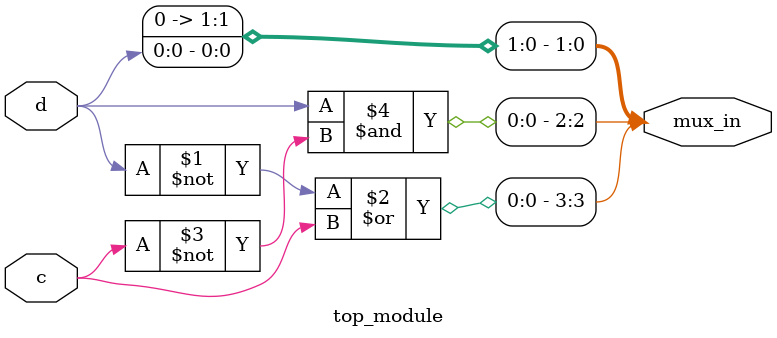
<source format=sv>
module top_module (
    input c,
    input d,
    output [3:0] mux_in
);

    // Assign values based on the provided Karnaugh map

    // ab = 00
    assign mux_in[0] = d;                // 0 | 1 | 1 | 1

    // ab = 01
    assign mux_in[1] = 0;                // 0 | 0 | 0 | 0

    // ab = 11
    assign mux_in[3] = ~d | c;           // 0 | 0 | 1 | 1

    // ab = 10
    assign mux_in[2] = d & ~c;           // 1 | 0 | 0 | 1

endmodule

</source>
